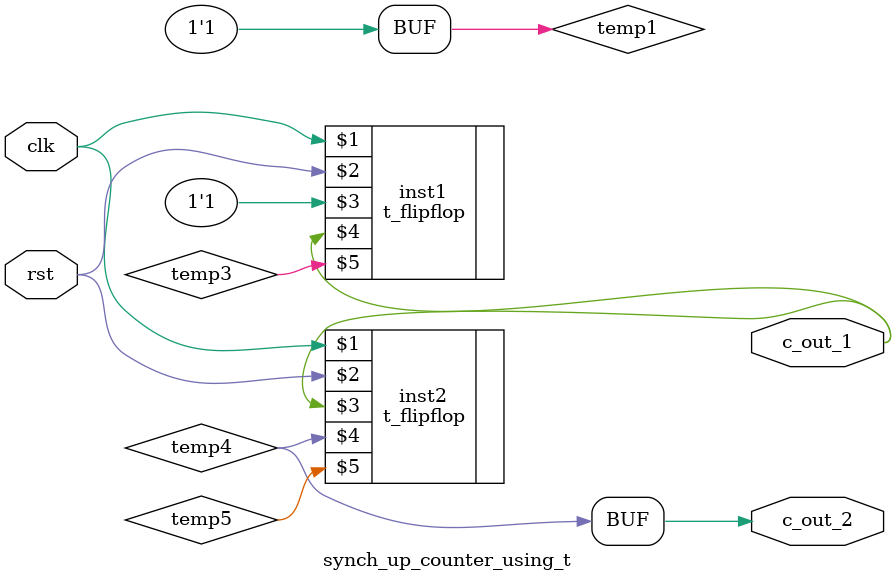
<source format=v>
module synch_up_counter_using_t(input clk,rst,output c_out_1,c_out_2);

	t_flipflop inst1(clk,rst,temp1,c_out_1,temp3);
	t_flipflop inst2(clk,rst,c_out_1,temp4,temp5);

	assign temp1 = 1;
	
	
	//assign c_out_1 = temp2;
	assign c_out_2 = temp4;

endmodule


</source>
